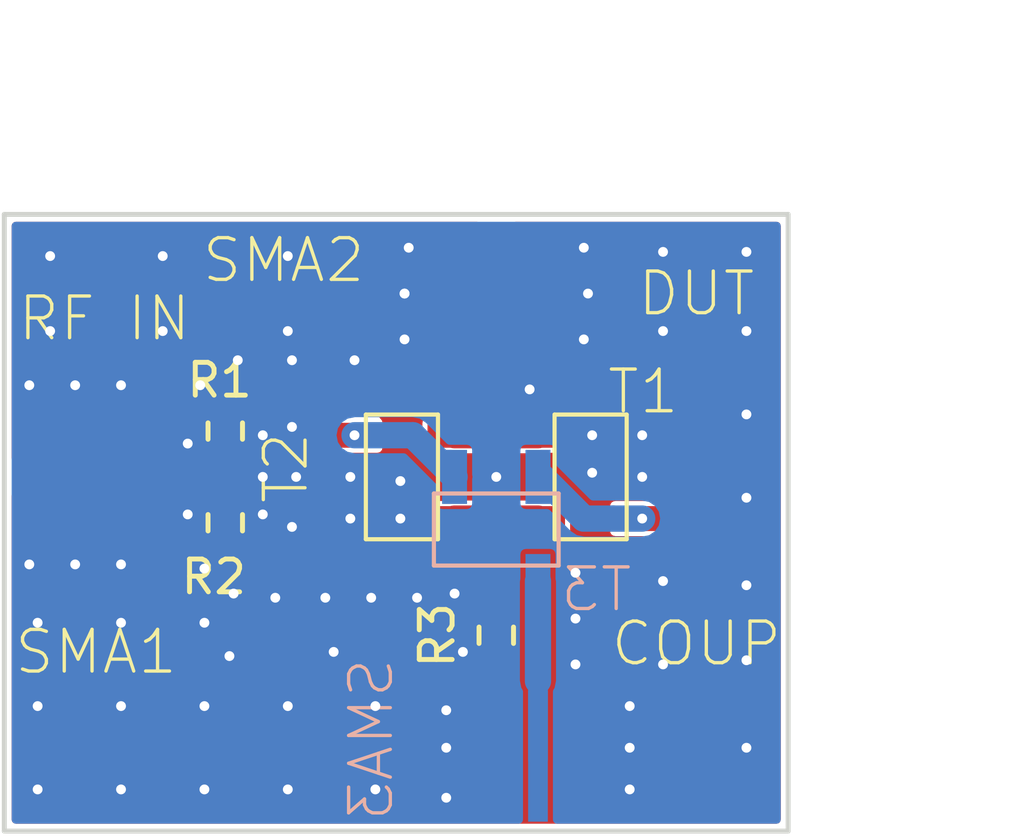
<source format=kicad_pcb>
(kicad_pcb (version 4) (host pcbnew 4.0.5)

  (general
    (links 115)
    (no_connects 0)
    (area 74.824999 32.817999 109.549001 64.845001)
    (thickness 1.6)
    (drawings 6)
    (tracks 33)
    (zones 0)
    (modules 93)
    (nets 8)
  )

  (page A4)
  (layers
    (0 F.Cu signal hide)
    (31 B.Cu signal)
    (32 B.Adhes user)
    (33 F.Adhes user)
    (34 B.Paste user)
    (35 F.Paste user)
    (36 B.SilkS user)
    (37 F.SilkS user)
    (38 B.Mask user hide)
    (39 F.Mask user hide)
    (40 Dwgs.User user)
    (41 Cmts.User user)
    (42 Eco1.User user)
    (43 Eco2.User user)
    (44 Edge.Cuts user hide)
    (45 Margin user)
    (46 B.CrtYd user)
    (47 F.CrtYd user)
    (48 B.Fab user)
    (49 F.Fab user)
  )

  (setup
    (last_trace_width 0.8)
    (user_trace_width 0.3)
    (user_trace_width 1)
    (trace_clearance 0.15)
    (zone_clearance 0.15)
    (zone_45_only no)
    (trace_min 0.2)
    (segment_width 0.2)
    (edge_width 0.15)
    (via_size 0.6)
    (via_drill 0.3)
    (via_min_size 0.4)
    (via_min_drill 0.3)
    (uvia_size 0.3)
    (uvia_drill 0.1)
    (uvias_allowed no)
    (uvia_min_size 0.2)
    (uvia_min_drill 0.1)
    (pcb_text_width 0.3)
    (pcb_text_size 1.5 1.5)
    (mod_edge_width 0.15)
    (mod_text_size 1 1)
    (mod_text_width 0.15)
    (pad_size 0.6 0.6)
    (pad_drill 0.3)
    (pad_to_mask_clearance 0.2)
    (aux_axis_origin 0 0)
    (visible_elements FFFFFF7F)
    (pcbplotparams
      (layerselection 0x00030_ffffffff)
      (usegerberextensions false)
      (excludeedgelayer true)
      (linewidth 0.100000)
      (plotframeref false)
      (viasonmask false)
      (mode 1)
      (useauxorigin false)
      (hpglpennumber 1)
      (hpglpenspeed 20)
      (hpglpendiameter 15)
      (hpglpenoverlay 2)
      (psnegative false)
      (psa4output false)
      (plotreference true)
      (plotvalue true)
      (plotinvisibletext false)
      (padsonsilk false)
      (subtractmaskfromsilk false)
      (outputformat 1)
      (mirror false)
      (drillshape 1)
      (scaleselection 1)
      (outputdirectory ""))
  )

  (net 0 "")
  (net 1 "Net-(R1-Pad1)")
  (net 2 "Net-(R1-Pad2)")
  (net 3 "Net-(R2-Pad1)")
  (net 4 GND)
  (net 5 "Net-(T1-Pad3)")
  (net 6 "Net-(T2-Pad3)")
  (net 7 "Net-(SMA3-PadSIGN)")

  (net_class Default "This is the default net class."
    (clearance 0.15)
    (trace_width 0.8)
    (via_dia 0.6)
    (via_drill 0.3)
    (uvia_dia 0.3)
    (uvia_drill 0.1)
    (add_net GND)
    (add_net "Net-(R1-Pad1)")
    (add_net "Net-(R1-Pad2)")
    (add_net "Net-(R2-Pad1)")
    (add_net "Net-(SMA3-PadSIGN)")
    (add_net "Net-(T1-Pad3)")
    (add_net "Net-(T2-Pad3)")
  )

  (module VIA:VIA (layer F.Cu) (tedit 58D34919) (tstamp 58D34F3D)
    (at 92.71 53.975)
    (fp_text reference REF** (at 0 0) (layer F.SilkS) hide
      (effects (font (size 0.2 0.2) (thickness 0.05)))
    )
    (fp_text value VIA (at 0 0) (layer F.Fab) hide
      (effects (font (size 0.2 0.2) (thickness 0.05)))
    )
    (pad 1 thru_hole circle (at 0 0) (size 0.6 0.6) (drill 0.3) (layers *.Cu)
      (net 4 GND) (zone_connect 2))
  )

  (module max2870:max2870-SMA (layer B.Cu) (tedit 58D34D8F) (tstamp 58D24F2F)
    (at 91.23172 62.484)
    (path /58D25538)
    (attr smd)
    (fp_text reference SMA3 (at -2.33172 -0.508 90) (layer B.SilkS)
      (effects (font (size 1.27 1.27) (thickness 0.1016)) (justify mirror))
    )
    (fp_text value COUP (at 7.57428 -3.429) (layer F.SilkS)
      (effects (font (size 1.27 1.27) (thickness 0.1016)))
    )
    (pad GND@ smd rect (at 0 0 270) (size 3.99796 1.4986) (layers B.Cu B.Paste B.Mask)
      (net 4 GND))
    (pad GND@ smd rect (at 5.4991 0 270) (size 3.99796 1.4986) (layers B.Cu B.Paste B.Mask)
      (net 4 GND))
    (pad GND@ smd rect (at 0 0 270) (size 3.99796 1.4986) (layers F.Cu F.Mask)
      (net 4 GND))
    (pad GND@ smd rect (at 5.4991 0 270) (size 3.99796 1.4986) (layers F.Cu F.Mask)
      (net 4 GND))
    (pad SIGN smd rect (at 2.74828 0 270) (size 3.99796 0.6) (layers B.Cu B.Paste B.Mask)
      (net 7 "Net-(SMA3-PadSIGN)"))
  )

  (module max2870:max2870-SMA (layer F.Cu) (tedit 58D34D7E) (tstamp 58D24F26)
    (at 89.96172 48.26)
    (path /57AD078F)
    (attr smd)
    (fp_text reference SMA2 (at -3.72872 -0.889) (layer F.SilkS)
      (effects (font (size 1.27 1.27) (thickness 0.1016)))
    )
    (fp_text value DUT (at 8.84428 0.127) (layer F.SilkS)
      (effects (font (size 1.27 1.27) (thickness 0.1016)))
    )
    (pad GND@ smd rect (at 0 0 90) (size 3.99796 1.4986) (layers F.Cu F.Paste F.Mask)
      (net 4 GND))
    (pad GND@ smd rect (at 5.4991 0 90) (size 3.99796 1.4986) (layers F.Cu F.Paste F.Mask)
      (net 4 GND))
    (pad GND@ smd rect (at 0 0 90) (size 3.99796 1.4986) (layers B.Cu B.Mask)
      (net 4 GND))
    (pad GND@ smd rect (at 5.4991 0 90) (size 3.99796 1.4986) (layers B.Cu B.Mask)
      (net 4 GND))
    (pad SIGN smd rect (at 2.74828 0 90) (size 3.99796 0.6) (layers F.Cu F.Paste F.Mask)
      (net 1 "Net-(R1-Pad1)"))
  )

  (module max2870-SMA (layer F.Cu) (tedit 58D34D46) (tstamp 58D24F1D)
    (at 80.01 56.72328 90)
    (path /57AD0767)
    (attr smd)
    (fp_text reference SMA1 (at -2.58572 0.508 180) (layer F.SilkS)
      (effects (font (size 1.27 1.27) (thickness 0.1016)))
    )
    (fp_text value "RF IN" (at 7.57428 0.762 180) (layer F.SilkS)
      (effects (font (size 1.27 1.27) (thickness 0.1016)))
    )
    (pad GND@ smd rect (at 0 0 180) (size 3.99796 1.4986) (layers F.Cu F.Paste F.Mask)
      (net 4 GND))
    (pad GND@ smd rect (at 5.4991 0 180) (size 3.99796 1.4986) (layers F.Cu F.Paste F.Mask)
      (net 4 GND))
    (pad GND@ smd rect (at 0 0 180) (size 3.99796 1.4986) (layers B.Cu B.Mask)
      (net 4 GND))
    (pad GND@ smd rect (at 5.4991 0 180) (size 3.99796 1.4986) (layers B.Cu B.Mask)
      (net 4 GND))
    (pad SIGN smd rect (at 2.74828 0 180) (size 3.99796 0.6) (layers F.Cu F.Paste F.Mask)
      (net 2 "Net-(R1-Pad2)"))
  )

  (module VIA:VIA (layer F.Cu) (tedit 58D34919) (tstamp 58D34C6E)
    (at 89.027 63.5)
    (fp_text reference REF** (at 0 0) (layer F.SilkS) hide
      (effects (font (size 0.2 0.2) (thickness 0.05)))
    )
    (fp_text value VIA (at 0 0) (layer F.Fab) hide
      (effects (font (size 0.2 0.2) (thickness 0.05)))
    )
    (pad 1 thru_hole circle (at 0 0) (size 0.6 0.6) (drill 0.3) (layers *.Cu)
      (net 4 GND) (zone_connect 2))
  )

  (module VIA:VIA (layer F.Cu) (tedit 58D34919) (tstamp 58D34C6A)
    (at 89.027 60.96)
    (fp_text reference REF** (at 0 0) (layer F.SilkS) hide
      (effects (font (size 0.2 0.2) (thickness 0.05)))
    )
    (fp_text value VIA (at 0 0) (layer F.Fab) hide
      (effects (font (size 0.2 0.2) (thickness 0.05)))
    )
    (pad 1 thru_hole circle (at 0 0) (size 0.6 0.6) (drill 0.3) (layers *.Cu)
      (net 4 GND) (zone_connect 2))
  )

  (module VIA:VIA (layer F.Cu) (tedit 58D34919) (tstamp 58D34C66)
    (at 86.36 60.96)
    (fp_text reference REF** (at 0 0) (layer F.SilkS) hide
      (effects (font (size 0.2 0.2) (thickness 0.05)))
    )
    (fp_text value VIA (at 0 0) (layer F.Fab) hide
      (effects (font (size 0.2 0.2) (thickness 0.05)))
    )
    (pad 1 thru_hole circle (at 0 0) (size 0.6 0.6) (drill 0.3) (layers *.Cu)
      (net 4 GND) (zone_connect 2))
  )

  (module VIA:VIA (layer F.Cu) (tedit 58D34919) (tstamp 58D34C62)
    (at 86.36 63.5)
    (fp_text reference REF** (at 0 0) (layer F.SilkS) hide
      (effects (font (size 0.2 0.2) (thickness 0.05)))
    )
    (fp_text value VIA (at 0 0) (layer F.Fab) hide
      (effects (font (size 0.2 0.2) (thickness 0.05)))
    )
    (pad 1 thru_hole circle (at 0 0) (size 0.6 0.6) (drill 0.3) (layers *.Cu)
      (net 4 GND) (zone_connect 2))
  )

  (module VIA:VIA (layer F.Cu) (tedit 58D34919) (tstamp 58D34C5E)
    (at 83.82 63.5)
    (fp_text reference REF** (at 0 0) (layer F.SilkS) hide
      (effects (font (size 0.2 0.2) (thickness 0.05)))
    )
    (fp_text value VIA (at 0 0) (layer F.Fab) hide
      (effects (font (size 0.2 0.2) (thickness 0.05)))
    )
    (pad 1 thru_hole circle (at 0 0) (size 0.6 0.6) (drill 0.3) (layers *.Cu)
      (net 4 GND) (zone_connect 2))
  )

  (module VIA:VIA (layer F.Cu) (tedit 58D34919) (tstamp 58D34C5A)
    (at 81.28 63.5)
    (fp_text reference REF** (at 0 0) (layer F.SilkS) hide
      (effects (font (size 0.2 0.2) (thickness 0.05)))
    )
    (fp_text value VIA (at 0 0) (layer F.Fab) hide
      (effects (font (size 0.2 0.2) (thickness 0.05)))
    )
    (pad 1 thru_hole circle (at 0 0) (size 0.6 0.6) (drill 0.3) (layers *.Cu)
      (net 4 GND) (zone_connect 2))
  )

  (module VIA:VIA (layer F.Cu) (tedit 58D34919) (tstamp 58D34C56)
    (at 78.74 63.5)
    (fp_text reference REF** (at 0 0) (layer F.SilkS) hide
      (effects (font (size 0.2 0.2) (thickness 0.05)))
    )
    (fp_text value VIA (at 0 0) (layer F.Fab) hide
      (effects (font (size 0.2 0.2) (thickness 0.05)))
    )
    (pad 1 thru_hole circle (at 0 0) (size 0.6 0.6) (drill 0.3) (layers *.Cu)
      (net 4 GND) (zone_connect 2))
  )

  (module VIA:VIA (layer F.Cu) (tedit 58D34919) (tstamp 58D34C52)
    (at 78.74 60.96)
    (fp_text reference REF** (at 0 0) (layer F.SilkS) hide
      (effects (font (size 0.2 0.2) (thickness 0.05)))
    )
    (fp_text value VIA (at 0 0) (layer F.Fab) hide
      (effects (font (size 0.2 0.2) (thickness 0.05)))
    )
    (pad 1 thru_hole circle (at 0 0) (size 0.6 0.6) (drill 0.3) (layers *.Cu)
      (net 4 GND) (zone_connect 2))
  )

  (module VIA:VIA (layer F.Cu) (tedit 58D34919) (tstamp 58D34C4E)
    (at 81.28 60.96)
    (fp_text reference REF** (at 0 0) (layer F.SilkS) hide
      (effects (font (size 0.2 0.2) (thickness 0.05)))
    )
    (fp_text value VIA (at 0 0) (layer F.Fab) hide
      (effects (font (size 0.2 0.2) (thickness 0.05)))
    )
    (pad 1 thru_hole circle (at 0 0) (size 0.6 0.6) (drill 0.3) (layers *.Cu)
      (net 4 GND) (zone_connect 2))
  )

  (module VIA:VIA (layer F.Cu) (tedit 58D34919) (tstamp 58D34C4A)
    (at 83.82 60.96)
    (fp_text reference REF** (at 0 0) (layer F.SilkS) hide
      (effects (font (size 0.2 0.2) (thickness 0.05)))
    )
    (fp_text value VIA (at 0 0) (layer F.Fab) hide
      (effects (font (size 0.2 0.2) (thickness 0.05)))
    )
    (pad 1 thru_hole circle (at 0 0) (size 0.6 0.6) (drill 0.3) (layers *.Cu)
      (net 4 GND) (zone_connect 2))
  )

  (module VIA:VIA (layer F.Cu) (tedit 58D34919) (tstamp 58D34C46)
    (at 83.82 58.42)
    (fp_text reference REF** (at 0 0) (layer F.SilkS) hide
      (effects (font (size 0.2 0.2) (thickness 0.05)))
    )
    (fp_text value VIA (at 0 0) (layer F.Fab) hide
      (effects (font (size 0.2 0.2) (thickness 0.05)))
    )
    (pad 1 thru_hole circle (at 0 0) (size 0.6 0.6) (drill 0.3) (layers *.Cu)
      (net 4 GND) (zone_connect 2))
  )

  (module VIA:VIA (layer F.Cu) (tedit 58D34919) (tstamp 58D34C42)
    (at 81.28 58.42)
    (fp_text reference REF** (at 0 0) (layer F.SilkS) hide
      (effects (font (size 0.2 0.2) (thickness 0.05)))
    )
    (fp_text value VIA (at 0 0) (layer F.Fab) hide
      (effects (font (size 0.2 0.2) (thickness 0.05)))
    )
    (pad 1 thru_hole circle (at 0 0) (size 0.6 0.6) (drill 0.3) (layers *.Cu)
      (net 4 GND) (zone_connect 2))
  )

  (module VIA:VIA (layer F.Cu) (tedit 58D34919) (tstamp 58D34C3B)
    (at 78.74 58.42)
    (fp_text reference REF** (at 0 0) (layer F.SilkS) hide
      (effects (font (size 0.2 0.2) (thickness 0.05)))
    )
    (fp_text value VIA (at 0 0) (layer F.Fab) hide
      (effects (font (size 0.2 0.2) (thickness 0.05)))
    )
    (pad 1 thru_hole circle (at 0 0) (size 0.6 0.6) (drill 0.3) (layers *.Cu)
      (net 4 GND) (zone_connect 2))
  )

  (module VIA:VIA (layer F.Cu) (tedit 58D34919) (tstamp 58D34B34)
    (at 97.79 57.15)
    (fp_text reference REF** (at 0 0) (layer F.SilkS) hide
      (effects (font (size 0.2 0.2) (thickness 0.05)))
    )
    (fp_text value VIA (at 0 0) (layer F.Fab) hide
      (effects (font (size 0.2 0.2) (thickness 0.05)))
    )
    (pad 1 thru_hole circle (at 0 0) (size 0.6 0.6) (drill 0.3) (layers *.Cu)
      (net 4 GND) (zone_connect 2))
  )

  (module VIA:VIA (layer F.Cu) (tedit 58D34919) (tstamp 58D34B30)
    (at 97.79 59.69)
    (fp_text reference REF** (at 0 0) (layer F.SilkS) hide
      (effects (font (size 0.2 0.2) (thickness 0.05)))
    )
    (fp_text value VIA (at 0 0) (layer F.Fab) hide
      (effects (font (size 0.2 0.2) (thickness 0.05)))
    )
    (pad 1 thru_hole circle (at 0 0) (size 0.6 0.6) (drill 0.3) (layers *.Cu)
      (net 4 GND) (zone_connect 2))
  )

  (module VIA:VIA (layer F.Cu) (tedit 58D34919) (tstamp 58D34B2A)
    (at 100.33 62.23)
    (fp_text reference REF** (at 0 0) (layer F.SilkS) hide
      (effects (font (size 0.2 0.2) (thickness 0.05)))
    )
    (fp_text value VIA (at 0 0) (layer F.Fab) hide
      (effects (font (size 0.2 0.2) (thickness 0.05)))
    )
    (pad 1 thru_hole circle (at 0 0) (size 0.6 0.6) (drill 0.3) (layers *.Cu)
      (net 4 GND) (zone_connect 2))
  )

  (module VIA:VIA (layer F.Cu) (tedit 58D34919) (tstamp 58D34B26)
    (at 100.33 59.563)
    (fp_text reference REF** (at 0 0) (layer F.SilkS) hide
      (effects (font (size 0.2 0.2) (thickness 0.05)))
    )
    (fp_text value VIA (at 0 0) (layer F.Fab) hide
      (effects (font (size 0.2 0.2) (thickness 0.05)))
    )
    (pad 1 thru_hole circle (at 0 0) (size 0.6 0.6) (drill 0.3) (layers *.Cu)
      (net 4 GND) (zone_connect 2))
  )

  (module VIA:VIA (layer F.Cu) (tedit 58D34919) (tstamp 58D34B22)
    (at 100.33 57.277)
    (fp_text reference REF** (at 0 0) (layer F.SilkS) hide
      (effects (font (size 0.2 0.2) (thickness 0.05)))
    )
    (fp_text value VIA (at 0 0) (layer F.Fab) hide
      (effects (font (size 0.2 0.2) (thickness 0.05)))
    )
    (pad 1 thru_hole circle (at 0 0) (size 0.6 0.6) (drill 0.3) (layers *.Cu)
      (net 4 GND) (zone_connect 2))
  )

  (module VIA:VIA (layer F.Cu) (tedit 58D34919) (tstamp 58D34B1E)
    (at 100.33 54.61)
    (fp_text reference REF** (at 0 0) (layer F.SilkS) hide
      (effects (font (size 0.2 0.2) (thickness 0.05)))
    )
    (fp_text value VIA (at 0 0) (layer F.Fab) hide
      (effects (font (size 0.2 0.2) (thickness 0.05)))
    )
    (pad 1 thru_hole circle (at 0 0) (size 0.6 0.6) (drill 0.3) (layers *.Cu)
      (net 4 GND) (zone_connect 2))
  )

  (module VIA:VIA (layer F.Cu) (tedit 58D34919) (tstamp 58D34B1A)
    (at 100.33 52.07)
    (fp_text reference REF** (at 0 0) (layer F.SilkS) hide
      (effects (font (size 0.2 0.2) (thickness 0.05)))
    )
    (fp_text value VIA (at 0 0) (layer F.Fab) hide
      (effects (font (size 0.2 0.2) (thickness 0.05)))
    )
    (pad 1 thru_hole circle (at 0 0) (size 0.6 0.6) (drill 0.3) (layers *.Cu)
      (net 4 GND) (zone_connect 2))
  )

  (module VIA:VIA (layer F.Cu) (tedit 58D34919) (tstamp 58D34B16)
    (at 100.33 49.53)
    (fp_text reference REF** (at 0 0) (layer F.SilkS) hide
      (effects (font (size 0.2 0.2) (thickness 0.05)))
    )
    (fp_text value VIA (at 0 0) (layer F.Fab) hide
      (effects (font (size 0.2 0.2) (thickness 0.05)))
    )
    (pad 1 thru_hole circle (at 0 0) (size 0.6 0.6) (drill 0.3) (layers *.Cu)
      (net 4 GND) (zone_connect 2))
  )

  (module VIA:VIA (layer F.Cu) (tedit 58D34919) (tstamp 58D34B12)
    (at 97.79 49.53)
    (fp_text reference REF** (at 0 0) (layer F.SilkS) hide
      (effects (font (size 0.2 0.2) (thickness 0.05)))
    )
    (fp_text value VIA (at 0 0) (layer F.Fab) hide
      (effects (font (size 0.2 0.2) (thickness 0.05)))
    )
    (pad 1 thru_hole circle (at 0 0) (size 0.6 0.6) (drill 0.3) (layers *.Cu)
      (net 4 GND) (zone_connect 2))
  )

  (module VIA:VIA (layer F.Cu) (tedit 58D34919) (tstamp 58D34B0E)
    (at 97.79 47.117)
    (fp_text reference REF** (at 0 0) (layer F.SilkS) hide
      (effects (font (size 0.2 0.2) (thickness 0.05)))
    )
    (fp_text value VIA (at 0 0) (layer F.Fab) hide
      (effects (font (size 0.2 0.2) (thickness 0.05)))
    )
    (pad 1 thru_hole circle (at 0 0) (size 0.6 0.6) (drill 0.3) (layers *.Cu)
      (net 4 GND) (zone_connect 2))
  )

  (module VIA:VIA (layer F.Cu) (tedit 58D34919) (tstamp 58D34B0A)
    (at 100.33 47.117)
    (fp_text reference REF** (at 0 0) (layer F.SilkS) hide
      (effects (font (size 0.2 0.2) (thickness 0.05)))
    )
    (fp_text value VIA (at 0 0) (layer F.Fab) hide
      (effects (font (size 0.2 0.2) (thickness 0.05)))
    )
    (pad 1 thru_hole circle (at 0 0) (size 0.6 0.6) (drill 0.3) (layers *.Cu)
      (net 4 GND) (zone_connect 2))
  )

  (module VIA:VIA (layer F.Cu) (tedit 58D34919) (tstamp 58D34B05)
    (at 86.36 49.53)
    (fp_text reference REF** (at 0 0) (layer F.SilkS) hide
      (effects (font (size 0.2 0.2) (thickness 0.05)))
    )
    (fp_text value VIA (at 0 0) (layer F.Fab) hide
      (effects (font (size 0.2 0.2) (thickness 0.05)))
    )
    (pad 1 thru_hole circle (at 0 0) (size 0.6 0.6) (drill 0.3) (layers *.Cu)
      (net 4 GND) (zone_connect 2))
  )

  (module VIA:VIA (layer F.Cu) (tedit 58D34919) (tstamp 58D34B01)
    (at 79.121 49.53)
    (fp_text reference REF** (at 0 0) (layer F.SilkS) hide
      (effects (font (size 0.2 0.2) (thickness 0.05)))
    )
    (fp_text value VIA (at 0 0) (layer F.Fab) hide
      (effects (font (size 0.2 0.2) (thickness 0.05)))
    )
    (pad 1 thru_hole circle (at 0 0) (size 0.6 0.6) (drill 0.3) (layers *.Cu)
      (net 4 GND) (zone_connect 2))
  )

  (module VIA:VIA (layer F.Cu) (tedit 58D34919) (tstamp 58D34AFB)
    (at 82.55 49.53)
    (fp_text reference REF** (at 0 0) (layer F.SilkS) hide
      (effects (font (size 0.2 0.2) (thickness 0.05)))
    )
    (fp_text value VIA (at 0 0) (layer F.Fab) hide
      (effects (font (size 0.2 0.2) (thickness 0.05)))
    )
    (pad 1 thru_hole circle (at 0 0) (size 0.6 0.6) (drill 0.3) (layers *.Cu)
      (net 4 GND) (zone_connect 2))
  )

  (module VIA:VIA (layer F.Cu) (tedit 58D34919) (tstamp 58D34AF7)
    (at 86.36 47.244)
    (fp_text reference REF** (at 0 0) (layer F.SilkS) hide
      (effects (font (size 0.2 0.2) (thickness 0.05)))
    )
    (fp_text value VIA (at 0 0) (layer F.Fab) hide
      (effects (font (size 0.2 0.2) (thickness 0.05)))
    )
    (pad 1 thru_hole circle (at 0 0) (size 0.6 0.6) (drill 0.3) (layers *.Cu)
      (net 4 GND) (zone_connect 2))
  )

  (module VIA:VIA (layer F.Cu) (tedit 58D34919) (tstamp 58D34AF3)
    (at 82.55 47.244)
    (fp_text reference REF** (at 0 0) (layer F.SilkS) hide
      (effects (font (size 0.2 0.2) (thickness 0.05)))
    )
    (fp_text value VIA (at 0 0) (layer F.Fab) hide
      (effects (font (size 0.2 0.2) (thickness 0.05)))
    )
    (pad 1 thru_hole circle (at 0 0) (size 0.6 0.6) (drill 0.3) (layers *.Cu)
      (net 4 GND) (zone_connect 2))
  )

  (module VIA:VIA (layer F.Cu) (tedit 58D34919) (tstamp 58D34AE9)
    (at 79.121 47.244)
    (fp_text reference REF** (at 0 0) (layer F.SilkS) hide
      (effects (font (size 0.2 0.2) (thickness 0.05)))
    )
    (fp_text value VIA (at 0 0) (layer F.Fab) hide
      (effects (font (size 0.2 0.2) (thickness 0.05)))
    )
    (pad 1 thru_hole circle (at 0 0) (size 0.6 0.6) (drill 0.3) (layers *.Cu)
      (net 4 GND) (zone_connect 2))
  )

  (module VIA:VIA (layer F.Cu) (tedit 58D34919) (tstamp 58D34ADA)
    (at 83.693 51.181)
    (fp_text reference REF** (at 0 0) (layer F.SilkS) hide
      (effects (font (size 0.2 0.2) (thickness 0.05)))
    )
    (fp_text value VIA (at 0 0) (layer F.Fab) hide
      (effects (font (size 0.2 0.2) (thickness 0.05)))
    )
    (pad 1 thru_hole circle (at 0 0) (size 0.6 0.6) (drill 0.3) (layers *.Cu)
      (net 4 GND) (zone_connect 2))
  )

  (module VIA:VIA (layer F.Cu) (tedit 58D34919) (tstamp 58D34AC3)
    (at 83.312 52.959)
    (fp_text reference REF** (at 0 0) (layer F.SilkS) hide
      (effects (font (size 0.2 0.2) (thickness 0.05)))
    )
    (fp_text value VIA (at 0 0) (layer F.Fab) hide
      (effects (font (size 0.2 0.2) (thickness 0.05)))
    )
    (pad 1 thru_hole circle (at 0 0) (size 0.6 0.6) (drill 0.3) (layers *.Cu)
      (net 4 GND) (zone_connect 2))
  )

  (module VIA:VIA (layer F.Cu) (tedit 58D34919) (tstamp 58D34ABF)
    (at 83.312 55.118)
    (fp_text reference REF** (at 0 0) (layer F.SilkS) hide
      (effects (font (size 0.2 0.2) (thickness 0.05)))
    )
    (fp_text value VIA (at 0 0) (layer F.Fab) hide
      (effects (font (size 0.2 0.2) (thickness 0.05)))
    )
    (pad 1 thru_hole circle (at 0 0) (size 0.6 0.6) (drill 0.3) (layers *.Cu)
      (net 4 GND) (zone_connect 2))
  )

  (module VIA:VIA (layer F.Cu) (tedit 58D34919) (tstamp 58D34ABB)
    (at 83.82 56.769)
    (fp_text reference REF** (at 0 0) (layer F.SilkS) hide
      (effects (font (size 0.2 0.2) (thickness 0.05)))
    )
    (fp_text value VIA (at 0 0) (layer F.Fab) hide
      (effects (font (size 0.2 0.2) (thickness 0.05)))
    )
    (pad 1 thru_hole circle (at 0 0) (size 0.6 0.6) (drill 0.3) (layers *.Cu)
      (net 4 GND) (zone_connect 2))
  )

  (module VIA:VIA (layer F.Cu) (tedit 58D34919) (tstamp 58D34AB7)
    (at 84.709 57.531)
    (fp_text reference REF** (at 0 0) (layer F.SilkS) hide
      (effects (font (size 0.2 0.2) (thickness 0.05)))
    )
    (fp_text value VIA (at 0 0) (layer F.Fab) hide
      (effects (font (size 0.2 0.2) (thickness 0.05)))
    )
    (pad 1 thru_hole circle (at 0 0) (size 0.6 0.6) (drill 0.3) (layers *.Cu)
      (net 4 GND) (zone_connect 2))
  )

  (module VIA:VIA (layer F.Cu) (tedit 58D34919) (tstamp 58D34AB3)
    (at 85.979 57.658)
    (fp_text reference REF** (at 0 0) (layer F.SilkS) hide
      (effects (font (size 0.2 0.2) (thickness 0.05)))
    )
    (fp_text value VIA (at 0 0) (layer F.Fab) hide
      (effects (font (size 0.2 0.2) (thickness 0.05)))
    )
    (pad 1 thru_hole circle (at 0 0) (size 0.6 0.6) (drill 0.3) (layers *.Cu)
      (net 4 GND) (zone_connect 2))
  )

  (module VIA:VIA (layer F.Cu) (tedit 58D34919) (tstamp 58D34AAF)
    (at 87.503 57.658)
    (fp_text reference REF** (at 0 0) (layer F.SilkS) hide
      (effects (font (size 0.2 0.2) (thickness 0.05)))
    )
    (fp_text value VIA (at 0 0) (layer F.Fab) hide
      (effects (font (size 0.2 0.2) (thickness 0.05)))
    )
    (pad 1 thru_hole circle (at 0 0) (size 0.6 0.6) (drill 0.3) (layers *.Cu)
      (net 4 GND) (zone_connect 2))
  )

  (module VIA:VIA (layer F.Cu) (tedit 58D34919) (tstamp 58D34AAB)
    (at 88.9 57.658)
    (fp_text reference REF** (at 0 0) (layer F.SilkS) hide
      (effects (font (size 0.2 0.2) (thickness 0.05)))
    )
    (fp_text value VIA (at 0 0) (layer F.Fab) hide
      (effects (font (size 0.2 0.2) (thickness 0.05)))
    )
    (pad 1 thru_hole circle (at 0 0) (size 0.6 0.6) (drill 0.3) (layers *.Cu)
      (net 4 GND) (zone_connect 2))
  )

  (module VIA:VIA (layer F.Cu) (tedit 58D34919) (tstamp 58D34AA4)
    (at 90.297 57.658)
    (fp_text reference REF** (at 0 0) (layer F.SilkS) hide
      (effects (font (size 0.2 0.2) (thickness 0.05)))
    )
    (fp_text value VIA (at 0 0) (layer F.Fab) hide
      (effects (font (size 0.2 0.2) (thickness 0.05)))
    )
    (pad 1 thru_hole circle (at 0 0) (size 0.6 0.6) (drill 0.3) (layers *.Cu)
      (net 4 GND) (zone_connect 2))
  )

  (module VIA:VIA (layer F.Cu) (tedit 58D34919) (tstamp 58D34AA0)
    (at 86.614 53.975)
    (fp_text reference REF** (at 0 0) (layer F.SilkS) hide
      (effects (font (size 0.2 0.2) (thickness 0.05)))
    )
    (fp_text value VIA (at 0 0) (layer F.Fab) hide
      (effects (font (size 0.2 0.2) (thickness 0.05)))
    )
    (pad 1 thru_hole circle (at 0 0) (size 0.6 0.6) (drill 0.3) (layers *.Cu)
      (net 4 GND) (zone_connect 2))
  )

  (module VIA:VIA (layer F.Cu) (tedit 58D34919) (tstamp 58D34A9C)
    (at 86.487 55.499)
    (fp_text reference REF** (at 0 0) (layer F.SilkS) hide
      (effects (font (size 0.2 0.2) (thickness 0.05)))
    )
    (fp_text value VIA (at 0 0) (layer F.Fab) hide
      (effects (font (size 0.2 0.2) (thickness 0.05)))
    )
    (pad 1 thru_hole circle (at 0 0) (size 0.6 0.6) (drill 0.3) (layers *.Cu)
      (net 4 GND) (zone_connect 2))
  )

  (module VIA:VIA (layer F.Cu) (tedit 58D34919) (tstamp 58D34A98)
    (at 85.598 55.118)
    (fp_text reference REF** (at 0 0) (layer F.SilkS) hide
      (effects (font (size 0.2 0.2) (thickness 0.05)))
    )
    (fp_text value VIA (at 0 0) (layer F.Fab) hide
      (effects (font (size 0.2 0.2) (thickness 0.05)))
    )
    (pad 1 thru_hole circle (at 0 0) (size 0.6 0.6) (drill 0.3) (layers *.Cu)
      (net 4 GND) (zone_connect 2))
  )

  (module VIA:VIA (layer F.Cu) (tedit 58D34919) (tstamp 58D34A94)
    (at 85.598 53.975)
    (fp_text reference REF** (at 0 0) (layer F.SilkS) hide
      (effects (font (size 0.2 0.2) (thickness 0.05)))
    )
    (fp_text value VIA (at 0 0) (layer F.Fab) hide
      (effects (font (size 0.2 0.2) (thickness 0.05)))
    )
    (pad 1 thru_hole circle (at 0 0) (size 0.6 0.6) (drill 0.3) (layers *.Cu)
      (net 4 GND) (zone_connect 2))
  )

  (module VIA:VIA (layer F.Cu) (tedit 58D34919) (tstamp 58D34A90)
    (at 85.598 52.705)
    (fp_text reference REF** (at 0 0) (layer F.SilkS) hide
      (effects (font (size 0.2 0.2) (thickness 0.05)))
    )
    (fp_text value VIA (at 0 0) (layer F.Fab) hide
      (effects (font (size 0.2 0.2) (thickness 0.05)))
    )
    (pad 1 thru_hole circle (at 0 0) (size 0.6 0.6) (drill 0.3) (layers *.Cu)
      (net 4 GND) (zone_connect 2))
  )

  (module VIA:VIA (layer F.Cu) (tedit 58D34919) (tstamp 58D34A89)
    (at 86.487 52.451)
    (fp_text reference REF** (at 0 0) (layer F.SilkS) hide
      (effects (font (size 0.2 0.2) (thickness 0.05)))
    )
    (fp_text value VIA (at 0 0) (layer F.Fab) hide
      (effects (font (size 0.2 0.2) (thickness 0.05)))
    )
    (pad 1 thru_hole circle (at 0 0) (size 0.6 0.6) (drill 0.3) (layers *.Cu)
      (net 4 GND) (zone_connect 2))
  )

  (module VIA:VIA (layer F.Cu) (tedit 58D34919) (tstamp 58D34A85)
    (at 84.836 50.419)
    (fp_text reference REF** (at 0 0) (layer F.SilkS) hide
      (effects (font (size 0.2 0.2) (thickness 0.05)))
    )
    (fp_text value VIA (at 0 0) (layer F.Fab) hide
      (effects (font (size 0.2 0.2) (thickness 0.05)))
    )
    (pad 1 thru_hole circle (at 0 0) (size 0.6 0.6) (drill 0.3) (layers *.Cu)
      (net 4 GND) (zone_connect 2))
  )

  (module VIA:VIA (layer F.Cu) (tedit 58D34919) (tstamp 58D34A81)
    (at 86.487 50.419)
    (fp_text reference REF** (at 0 0) (layer F.SilkS) hide
      (effects (font (size 0.2 0.2) (thickness 0.05)))
    )
    (fp_text value VIA (at 0 0) (layer F.Fab) hide
      (effects (font (size 0.2 0.2) (thickness 0.05)))
    )
    (pad 1 thru_hole circle (at 0 0) (size 0.6 0.6) (drill 0.3) (layers *.Cu)
      (net 4 GND) (zone_connect 2))
  )

  (module VIA:VIA (layer F.Cu) (tedit 58D34919) (tstamp 58D34A7A)
    (at 88.392 50.419)
    (fp_text reference REF** (at 0 0) (layer F.SilkS) hide
      (effects (font (size 0.2 0.2) (thickness 0.05)))
    )
    (fp_text value VIA (at 0 0) (layer F.Fab) hide
      (effects (font (size 0.2 0.2) (thickness 0.05)))
    )
    (pad 1 thru_hole circle (at 0 0) (size 0.6 0.6) (drill 0.3) (layers *.Cu)
      (net 4 GND) (zone_connect 2))
  )

  (module VIA:VIA (layer F.Cu) (tedit 58D34919) (tstamp 58D34A76)
    (at 93.726 51.308)
    (fp_text reference REF** (at 0 0) (layer F.SilkS) hide
      (effects (font (size 0.2 0.2) (thickness 0.05)))
    )
    (fp_text value VIA (at 0 0) (layer F.Fab) hide
      (effects (font (size 0.2 0.2) (thickness 0.05)))
    )
    (pad 1 thru_hole circle (at 0 0) (size 0.6 0.6) (drill 0.3) (layers *.Cu)
      (net 4 GND) (zone_connect 2))
  )

  (module VIA:VIA (layer F.Cu) (tedit 58D34919) (tstamp 58D34A44)
    (at 97.155 53.975)
    (fp_text reference REF** (at 0 0) (layer F.SilkS) hide
      (effects (font (size 0.2 0.2) (thickness 0.05)))
    )
    (fp_text value VIA (at 0 0) (layer F.Fab) hide
      (effects (font (size 0.2 0.2) (thickness 0.05)))
    )
    (pad 1 thru_hole circle (at 0 0) (size 0.6 0.6) (drill 0.3) (layers *.Cu)
      (net 4 GND) (zone_connect 2))
  )

  (module VIA:VIA (layer F.Cu) (tedit 58D34919) (tstamp 58D34A40)
    (at 97.155 52.705)
    (fp_text reference REF** (at 0 0) (layer F.SilkS) hide
      (effects (font (size 0.2 0.2) (thickness 0.05)))
    )
    (fp_text value VIA (at 0 0) (layer F.Fab) hide
      (effects (font (size 0.2 0.2) (thickness 0.05)))
    )
    (pad 1 thru_hole circle (at 0 0) (size 0.6 0.6) (drill 0.3) (layers *.Cu)
      (net 4 GND) (zone_connect 2))
  )

  (module VIA:VIA (layer F.Cu) (tedit 58D34919) (tstamp 58D34A3C)
    (at 88.265 55.245)
    (fp_text reference REF** (at 0 0) (layer F.SilkS) hide
      (effects (font (size 0.2 0.2) (thickness 0.05)))
    )
    (fp_text value VIA (at 0 0) (layer F.Fab) hide
      (effects (font (size 0.2 0.2) (thickness 0.05)))
    )
    (pad 1 thru_hole circle (at 0 0) (size 0.6 0.6) (drill 0.3) (layers *.Cu)
      (net 4 GND) (zone_connect 2))
  )

  (module VIA:VIA (layer F.Cu) (tedit 58D34919) (tstamp 58D34A38)
    (at 88.265 53.975)
    (fp_text reference REF** (at 0 0) (layer F.SilkS) hide
      (effects (font (size 0.2 0.2) (thickness 0.05)))
    )
    (fp_text value VIA (at 0 0) (layer F.Fab) hide
      (effects (font (size 0.2 0.2) (thickness 0.05)))
    )
    (pad 1 thru_hole circle (at 0 0) (size 0.6 0.6) (drill 0.3) (layers *.Cu)
      (net 4 GND) (zone_connect 2))
  )

  (module VIA:VIA (layer F.Cu) (tedit 58D34919) (tstamp 58D34A30)
    (at 91.44 57.531)
    (fp_text reference REF** (at 0 0) (layer F.SilkS) hide
      (effects (font (size 0.2 0.2) (thickness 0.05)))
    )
    (fp_text value VIA (at 0 0) (layer F.Fab) hide
      (effects (font (size 0.2 0.2) (thickness 0.05)))
    )
    (pad 1 thru_hole circle (at 0 0) (size 0.6 0.6) (drill 0.3) (layers *.Cu)
      (net 4 GND) (zone_connect 2))
  )

  (module VIA:VIA (layer F.Cu) (tedit 58D34919) (tstamp 58D34A24)
    (at 95.123 56.896)
    (fp_text reference REF** (at 0 0) (layer F.SilkS) hide
      (effects (font (size 0.2 0.2) (thickness 0.05)))
    )
    (fp_text value VIA (at 0 0) (layer F.Fab) hide
      (effects (font (size 0.2 0.2) (thickness 0.05)))
    )
    (pad 1 thru_hole circle (at 0 0) (size 0.6 0.6) (drill 0.3) (layers *.Cu)
      (net 4 GND) (zone_connect 2))
  )

  (module VIA:VIA (layer F.Cu) (tedit 58D34919) (tstamp 58D34A20)
    (at 95.123 58.293)
    (fp_text reference REF** (at 0 0) (layer F.SilkS) hide
      (effects (font (size 0.2 0.2) (thickness 0.05)))
    )
    (fp_text value VIA (at 0 0) (layer F.Fab) hide
      (effects (font (size 0.2 0.2) (thickness 0.05)))
    )
    (pad 1 thru_hole circle (at 0 0) (size 0.6 0.6) (drill 0.3) (layers *.Cu)
      (net 4 GND) (zone_connect 2))
  )

  (module VIA:VIA (layer F.Cu) (tedit 58D34919) (tstamp 58D34A12)
    (at 95.123 59.69)
    (fp_text reference REF** (at 0 0) (layer F.SilkS) hide
      (effects (font (size 0.2 0.2) (thickness 0.05)))
    )
    (fp_text value VIA (at 0 0) (layer F.Fab) hide
      (effects (font (size 0.2 0.2) (thickness 0.05)))
    )
    (pad 1 thru_hole circle (at 0 0) (size 0.6 0.6) (drill 0.3) (layers *.Cu)
      (net 4 GND) (zone_connect 2))
  )

  (module VIA:VIA (layer F.Cu) (tedit 58D34919) (tstamp 58D34A0A)
    (at 91.694 59.309)
    (fp_text reference REF** (at 0 0) (layer F.SilkS) hide
      (effects (font (size 0.2 0.2) (thickness 0.05)))
    )
    (fp_text value VIA (at 0 0) (layer F.Fab) hide
      (effects (font (size 0.2 0.2) (thickness 0.05)))
    )
    (pad 1 thru_hole circle (at 0 0) (size 0.6 0.6) (drill 0.3) (layers *.Cu)
      (net 4 GND) (zone_connect 2))
  )

  (module VIA:VIA (layer F.Cu) (tedit 58D34919) (tstamp 58D349E2)
    (at 78.486 51.181)
    (fp_text reference REF** (at 0 0) (layer F.SilkS) hide
      (effects (font (size 0.2 0.2) (thickness 0.05)))
    )
    (fp_text value VIA (at 0 0) (layer F.Fab) hide
      (effects (font (size 0.2 0.2) (thickness 0.05)))
    )
    (pad 1 thru_hole circle (at 0 0) (size 0.6 0.6) (drill 0.3) (layers *.Cu)
      (net 4 GND) (zone_connect 2))
  )

  (module VIA:VIA (layer F.Cu) (tedit 58D34919) (tstamp 58D349DE)
    (at 79.883 51.181)
    (fp_text reference REF** (at 0 0) (layer F.SilkS) hide
      (effects (font (size 0.2 0.2) (thickness 0.05)))
    )
    (fp_text value VIA (at 0 0) (layer F.Fab) hide
      (effects (font (size 0.2 0.2) (thickness 0.05)))
    )
    (pad 1 thru_hole circle (at 0 0) (size 0.6 0.6) (drill 0.3) (layers *.Cu)
      (net 4 GND) (zone_connect 2))
  )

  (module VIA:VIA (layer F.Cu) (tedit 58D34919) (tstamp 58D349DA)
    (at 81.28 51.181)
    (fp_text reference REF** (at 0 0) (layer F.SilkS) hide
      (effects (font (size 0.2 0.2) (thickness 0.05)))
    )
    (fp_text value VIA (at 0 0) (layer F.Fab) hide
      (effects (font (size 0.2 0.2) (thickness 0.05)))
    )
    (pad 1 thru_hole circle (at 0 0) (size 0.6 0.6) (drill 0.3) (layers *.Cu)
      (net 4 GND) (zone_connect 2))
  )

  (module VIA:VIA (layer F.Cu) (tedit 58D34919) (tstamp 58D349D6)
    (at 81.28 56.642)
    (fp_text reference REF** (at 0 0) (layer F.SilkS) hide
      (effects (font (size 0.2 0.2) (thickness 0.05)))
    )
    (fp_text value VIA (at 0 0) (layer F.Fab) hide
      (effects (font (size 0.2 0.2) (thickness 0.05)))
    )
    (pad 1 thru_hole circle (at 0 0) (size 0.6 0.6) (drill 0.3) (layers *.Cu)
      (net 4 GND) (zone_connect 2))
  )

  (module VIA:VIA (layer F.Cu) (tedit 58D34919) (tstamp 58D349D2)
    (at 79.883 56.642)
    (fp_text reference REF** (at 0 0) (layer F.SilkS) hide
      (effects (font (size 0.2 0.2) (thickness 0.05)))
    )
    (fp_text value VIA (at 0 0) (layer F.Fab) hide
      (effects (font (size 0.2 0.2) (thickness 0.05)))
    )
    (pad 1 thru_hole circle (at 0 0) (size 0.6 0.6) (drill 0.3) (layers *.Cu)
      (net 4 GND) (zone_connect 2))
  )

  (module VIA:VIA (layer F.Cu) (tedit 58D34919) (tstamp 58D349C5)
    (at 78.486 56.642)
    (fp_text reference REF** (at 0 0) (layer F.SilkS) hide
      (effects (font (size 0.2 0.2) (thickness 0.05)))
    )
    (fp_text value VIA (at 0 0) (layer F.Fab) hide
      (effects (font (size 0.2 0.2) (thickness 0.05)))
    )
    (pad 1 thru_hole circle (at 0 0) (size 0.6 0.6) (drill 0.3) (layers *.Cu)
      (net 4 GND) (zone_connect 2))
  )

  (module VIA:VIA (layer F.Cu) (tedit 58D34919) (tstamp 58D349B9)
    (at 95.631 52.705)
    (fp_text reference REF** (at 0 0) (layer F.SilkS) hide
      (effects (font (size 0.2 0.2) (thickness 0.05)))
    )
    (fp_text value VIA (at 0 0) (layer F.Fab) hide
      (effects (font (size 0.2 0.2) (thickness 0.05)))
    )
    (pad 1 thru_hole circle (at 0 0) (size 0.6 0.6) (drill 0.3) (layers *.Cu)
      (net 4 GND) (zone_connect 2))
  )

  (module VIA:VIA (layer F.Cu) (tedit 58D34919) (tstamp 58D349B3)
    (at 89.789 55.245)
    (fp_text reference REF** (at 0 0) (layer F.SilkS) hide
      (effects (font (size 0.2 0.2) (thickness 0.05)))
    )
    (fp_text value VIA (at 0 0) (layer F.Fab) hide
      (effects (font (size 0.2 0.2) (thickness 0.05)))
    )
    (pad 1 thru_hole circle (at 0 0) (size 0.6 0.6) (drill 0.3) (layers *.Cu)
      (net 4 GND) (zone_connect 2))
  )

  (module VIA:VIA (layer F.Cu) (tedit 58D34919) (tstamp 58D349AF)
    (at 95.631 53.848)
    (fp_text reference REF** (at 0 0) (layer F.SilkS) hide
      (effects (font (size 0.2 0.2) (thickness 0.05)))
    )
    (fp_text value VIA (at 0 0) (layer F.Fab) hide
      (effects (font (size 0.2 0.2) (thickness 0.05)))
    )
    (pad 1 thru_hole circle (at 0 0) (size 0.6 0.6) (drill 0.3) (layers *.Cu)
      (net 4 GND) (zone_connect 2))
  )

  (module VIA:VIA (layer F.Cu) (tedit 58D34919) (tstamp 58D349AB)
    (at 95.377 46.99)
    (fp_text reference REF** (at 0 0) (layer F.SilkS) hide
      (effects (font (size 0.2 0.2) (thickness 0.05)))
    )
    (fp_text value VIA (at 0 0) (layer F.Fab) hide
      (effects (font (size 0.2 0.2) (thickness 0.05)))
    )
    (pad 1 thru_hole circle (at 0 0) (size 0.6 0.6) (drill 0.3) (layers *.Cu)
      (net 4 GND) (zone_connect 2))
  )

  (module VIA:VIA (layer F.Cu) (tedit 58D34919) (tstamp 58D349A7)
    (at 95.504 48.387)
    (fp_text reference REF** (at 0 0) (layer F.SilkS) hide
      (effects (font (size 0.2 0.2) (thickness 0.05)))
    )
    (fp_text value VIA (at 0 0) (layer F.Fab) hide
      (effects (font (size 0.2 0.2) (thickness 0.05)))
    )
    (pad 1 thru_hole circle (at 0 0) (size 0.6 0.6) (drill 0.3) (layers *.Cu)
      (net 4 GND) (zone_connect 2))
  )

  (module VIA:VIA (layer F.Cu) (tedit 58D34919) (tstamp 58D349A2)
    (at 95.377 49.784)
    (fp_text reference REF** (at 0 0) (layer F.SilkS) hide
      (effects (font (size 0.2 0.2) (thickness 0.05)))
    )
    (fp_text value VIA (at 0 0) (layer F.Fab) hide
      (effects (font (size 0.2 0.2) (thickness 0.05)))
    )
    (pad 1 thru_hole circle (at 0 0) (size 0.6 0.6) (drill 0.3) (layers *.Cu)
      (net 4 GND) (zone_connect 2))
  )

  (module VIA:VIA (layer F.Cu) (tedit 58D34919) (tstamp 58D3499E)
    (at 89.789 54.102)
    (fp_text reference REF** (at 0 0) (layer F.SilkS) hide
      (effects (font (size 0.2 0.2) (thickness 0.05)))
    )
    (fp_text value VIA (at 0 0) (layer F.Fab) hide
      (effects (font (size 0.2 0.2) (thickness 0.05)))
    )
    (pad 1 thru_hole circle (at 0 0) (size 0.6 0.6) (drill 0.3) (layers *.Cu)
      (net 4 GND) (zone_connect 2))
  )

  (module VIA:VIA (layer F.Cu) (tedit 58D34919) (tstamp 58D3496B)
    (at 90.043 46.99)
    (fp_text reference REF** (at 0 0) (layer F.SilkS) hide
      (effects (font (size 0.2 0.2) (thickness 0.05)))
    )
    (fp_text value VIA (at 0 0) (layer F.Fab) hide
      (effects (font (size 0.2 0.2) (thickness 0.05)))
    )
    (pad 1 thru_hole circle (at 0 0) (size 0.6 0.6) (drill 0.3) (layers *.Cu)
      (net 4 GND) (zone_connect 2))
  )

  (module VIA:VIA (layer F.Cu) (tedit 58D34919) (tstamp 58D34967)
    (at 89.916 48.387)
    (fp_text reference REF** (at 0 0) (layer F.SilkS) hide
      (effects (font (size 0.2 0.2) (thickness 0.05)))
    )
    (fp_text value VIA (at 0 0) (layer F.Fab) hide
      (effects (font (size 0.2 0.2) (thickness 0.05)))
    )
    (pad 1 thru_hole circle (at 0 0) (size 0.6 0.6) (drill 0.3) (layers *.Cu)
      (net 4 GND) (zone_connect 2))
  )

  (module VIA:VIA (layer F.Cu) (tedit 58D34919) (tstamp 58D34963)
    (at 89.916 48.387)
    (fp_text reference REF** (at 0 0) (layer F.SilkS) hide
      (effects (font (size 0.2 0.2) (thickness 0.05)))
    )
    (fp_text value VIA (at 0 0) (layer F.Fab) hide
      (effects (font (size 0.2 0.2) (thickness 0.05)))
    )
    (pad 1 thru_hole circle (at 0 0) (size 0.6 0.6) (drill 0.3) (layers *.Cu)
      (net 4 GND) (zone_connect 2))
  )

  (module VIA:VIA (layer F.Cu) (tedit 58D34919) (tstamp 58D3495F)
    (at 89.916 49.784)
    (fp_text reference REF** (at 0 0) (layer F.SilkS) hide
      (effects (font (size 0.2 0.2) (thickness 0.05)))
    )
    (fp_text value VIA (at 0 0) (layer F.Fab) hide
      (effects (font (size 0.2 0.2) (thickness 0.05)))
    )
    (pad 1 thru_hole circle (at 0 0) (size 0.6 0.6) (drill 0.3) (layers *.Cu)
      (net 4 GND) (zone_connect 2))
  )

  (module VIA:VIA (layer F.Cu) (tedit 58D34919) (tstamp 58D3495B)
    (at 96.774 63.5)
    (fp_text reference REF** (at 0 0) (layer F.SilkS) hide
      (effects (font (size 0.2 0.2) (thickness 0.05)))
    )
    (fp_text value VIA (at 0 0) (layer F.Fab) hide
      (effects (font (size 0.2 0.2) (thickness 0.05)))
    )
    (pad 1 thru_hole circle (at 0 0) (size 0.6 0.6) (drill 0.3) (layers *.Cu)
      (net 4 GND) (zone_connect 2))
  )

  (module VIA:VIA (layer F.Cu) (tedit 58D34919) (tstamp 58D34957)
    (at 96.774 62.23)
    (fp_text reference REF** (at 0 0) (layer F.SilkS) hide
      (effects (font (size 0.2 0.2) (thickness 0.05)))
    )
    (fp_text value VIA (at 0 0) (layer F.Fab) hide
      (effects (font (size 0.2 0.2) (thickness 0.05)))
    )
    (pad 1 thru_hole circle (at 0 0) (size 0.6 0.6) (drill 0.3) (layers *.Cu)
      (net 4 GND) (zone_connect 2))
  )

  (module VIA:VIA (layer F.Cu) (tedit 58D34919) (tstamp 58D34953)
    (at 96.774 60.96)
    (fp_text reference REF** (at 0 0) (layer F.SilkS) hide
      (effects (font (size 0.2 0.2) (thickness 0.05)))
    )
    (fp_text value VIA (at 0 0) (layer F.Fab) hide
      (effects (font (size 0.2 0.2) (thickness 0.05)))
    )
    (pad 1 thru_hole circle (at 0 0) (size 0.6 0.6) (drill 0.3) (layers *.Cu)
      (net 4 GND) (zone_connect 2))
  )

  (module VIA:VIA (layer F.Cu) (tedit 58D34919) (tstamp 58D3494F)
    (at 91.186 63.754)
    (fp_text reference REF** (at 0 0) (layer F.SilkS) hide
      (effects (font (size 0.2 0.2) (thickness 0.05)))
    )
    (fp_text value VIA (at 0 0) (layer F.Fab) hide
      (effects (font (size 0.2 0.2) (thickness 0.05)))
    )
    (pad 1 thru_hole circle (at 0 0) (size 0.6 0.6) (drill 0.3) (layers *.Cu)
      (net 4 GND) (zone_connect 2))
  )

  (module VIA:VIA (layer F.Cu) (tedit 58D34919) (tstamp 58D3494B)
    (at 91.186 62.23)
    (fp_text reference REF** (at 0 0) (layer F.SilkS) hide
      (effects (font (size 0.2 0.2) (thickness 0.05)))
    )
    (fp_text value VIA (at 0 0) (layer F.Fab) hide
      (effects (font (size 0.2 0.2) (thickness 0.05)))
    )
    (pad 1 thru_hole circle (at 0 0) (size 0.6 0.6) (drill 0.3) (layers *.Cu)
      (net 4 GND) (zone_connect 2))
  )

  (module VIA:VIA (layer F.Cu) (tedit 58D34919) (tstamp 58D34944)
    (at 91.186 61.087)
    (fp_text reference REF** (at 0 0) (layer F.SilkS) hide
      (effects (font (size 0.2 0.2) (thickness 0.05)))
    )
    (fp_text value VIA (at 0 0) (layer F.Fab) hide
      (effects (font (size 0.2 0.2) (thickness 0.05)))
    )
    (pad 1 thru_hole circle (at 0 0) (size 0.6 0.6) (drill 0.3) (layers *.Cu)
      (net 4 GND) (zone_connect 2))
  )

  (module VIA:VIA (layer F.Cu) (tedit 58D34919) (tstamp 58D3493C)
    (at 87.757 59.309)
    (fp_text reference REF** (at 0 0) (layer F.SilkS) hide
      (effects (font (size 0.2 0.2) (thickness 0.05)))
    )
    (fp_text value VIA (at 0 0) (layer F.Fab) hide
      (effects (font (size 0.2 0.2) (thickness 0.05)))
    )
    (pad 1 thru_hole circle (at 0 0) (size 0.6 0.6) (drill 0.3) (layers *.Cu)
      (net 4 GND) (zone_connect 2))
  )

  (module Resistors_SMD:R_0402 (layer F.Cu) (tedit 57AD0C63) (tstamp 57B5442D)
    (at 84.455 52.578 270)
    (descr "Resistor SMD 0402, reflow soldering, Vishay (see dcrcw.pdf)")
    (tags "resistor 0402")
    (path /57AD07A3)
    (attr smd)
    (fp_text reference R1 (at -1.55 0.175 360) (layer F.SilkS)
      (effects (font (size 1 1) (thickness 0.15)))
    )
    (fp_text value R (at 0 1.8 270) (layer F.Fab) hide
      (effects (font (size 1 1) (thickness 0.15)))
    )
    (fp_line (start -0.95 -0.65) (end 0.95 -0.65) (layer F.CrtYd) (width 0.05))
    (fp_line (start -0.95 0.65) (end 0.95 0.65) (layer F.CrtYd) (width 0.05))
    (fp_line (start -0.95 -0.65) (end -0.95 0.65) (layer F.CrtYd) (width 0.05))
    (fp_line (start 0.95 -0.65) (end 0.95 0.65) (layer F.CrtYd) (width 0.05))
    (fp_line (start 0.25 -0.525) (end -0.25 -0.525) (layer F.SilkS) (width 0.15))
    (fp_line (start -0.25 0.525) (end 0.25 0.525) (layer F.SilkS) (width 0.15))
    (pad 1 smd rect (at -0.45 0 270) (size 0.4 0.6) (layers F.Cu F.Paste F.Mask)
      (net 1 "Net-(R1-Pad1)"))
    (pad 2 smd rect (at 0.45 0 270) (size 0.4 0.6) (layers F.Cu F.Paste F.Mask)
      (net 2 "Net-(R1-Pad2)"))
    (model Resistors_SMD.3dshapes/R_0402.wrl
      (at (xyz 0 0 0))
      (scale (xyz 1 1 1))
      (rotate (xyz 0 0 0))
    )
  )

  (module Resistors_SMD:R_0402 (layer F.Cu) (tedit 57AD0C6A) (tstamp 57B54439)
    (at 84.455 55.372 90)
    (descr "Resistor SMD 0402, reflow soldering, Vishay (see dcrcw.pdf)")
    (tags "resistor 0402")
    (path /57AD07DC)
    (attr smd)
    (fp_text reference R2 (at -1.65 -0.35 180) (layer F.SilkS)
      (effects (font (size 1 1) (thickness 0.15)))
    )
    (fp_text value R (at 0 1.8 90) (layer F.Fab) hide
      (effects (font (size 1 1) (thickness 0.15)))
    )
    (fp_line (start -0.95 -0.65) (end 0.95 -0.65) (layer F.CrtYd) (width 0.05))
    (fp_line (start -0.95 0.65) (end 0.95 0.65) (layer F.CrtYd) (width 0.05))
    (fp_line (start -0.95 -0.65) (end -0.95 0.65) (layer F.CrtYd) (width 0.05))
    (fp_line (start 0.95 -0.65) (end 0.95 0.65) (layer F.CrtYd) (width 0.05))
    (fp_line (start 0.25 -0.525) (end -0.25 -0.525) (layer F.SilkS) (width 0.15))
    (fp_line (start -0.25 0.525) (end 0.25 0.525) (layer F.SilkS) (width 0.15))
    (pad 1 smd rect (at -0.45 0 90) (size 0.4 0.6) (layers F.Cu F.Paste F.Mask)
      (net 3 "Net-(R2-Pad1)"))
    (pad 2 smd rect (at 0.45 0 90) (size 0.4 0.6) (layers F.Cu F.Paste F.Mask)
      (net 2 "Net-(R1-Pad2)"))
    (model Resistors_SMD.3dshapes/R_0402.wrl
      (at (xyz 0 0 0))
      (scale (xyz 1 1 1))
      (rotate (xyz 0 0 0))
    )
  )

  (module max2870:max2870-TCM1-63AX+ (layer F.Cu) (tedit 58D25136) (tstamp 57B9BACF)
    (at 95.885 53.975 270)
    (path /57AD0A5A)
    (attr smd)
    (fp_text reference T1 (at -2.6 -1.3 360) (layer F.SilkS)
      (effects (font (size 1.27 1.27) (thickness 0.1016)))
    )
    (fp_text value TCM1-63AX+T1 (at 0.80772 3.86334 270) (layer F.SilkS) hide
      (effects (font (size 1.27 1.27) (thickness 0.1016)))
    )
    (fp_line (start -1.89992 -0.79756) (end 1.89992 -0.79756) (layer F.SilkS) (width 0.127))
    (fp_line (start 1.89992 -0.79756) (end 1.89992 1.39954) (layer F.SilkS) (width 0.127))
    (fp_line (start 1.89992 1.39954) (end -1.89992 1.39954) (layer F.SilkS) (width 0.127))
    (fp_line (start -1.89992 1.39954) (end -1.89992 -0.79756) (layer F.SilkS) (width 0.127))
    (pad 1 smd rect (at -1.27 -1.27 90) (size 0.75946 1.64846) (layers F.Cu F.Paste F.Mask)
      (net 4 GND))
    (pad 2 smd rect (at 0 -1.27 90) (size 0.75946 1.64846) (layers F.Cu F.Paste F.Mask)
      (net 4 GND))
    (pad 3 smd rect (at 1.27 -1.27 90) (size 0.75946 1.64846) (layers F.Cu F.Paste F.Mask)
      (net 5 "Net-(T1-Pad3)"))
    (pad 4 smd rect (at 1.27 1.905 90) (size 0.75946 1.64846) (layers F.Cu F.Paste F.Mask)
      (net 3 "Net-(R2-Pad1)"))
    (pad 5 smd rect (at 0 1.905 90) (size 0.75946 1.64846) (layers F.Cu F.Paste F.Mask)
      (net 4 GND))
    (pad 6 smd rect (at -1.27 1.905 90) (size 0.75946 1.64846) (layers F.Cu F.Paste F.Mask)
      (net 1 "Net-(R1-Pad1)"))
  )

  (module max2870:max2870-TCM1-63AX+ (layer F.Cu) (tedit 58D25116) (tstamp 58D24F42)
    (at 89.535 53.975 90)
    (path /58D24D87)
    (attr smd)
    (fp_text reference T2 (at 0.27432 -3.23342 90) (layer F.SilkS)
      (effects (font (size 1.27 1.27) (thickness 0.1016)))
    )
    (fp_text value TCM1-63AX+T1 (at 0.80772 3.86334 90) (layer F.SilkS) hide
      (effects (font (size 1.27 1.27) (thickness 0.1016)))
    )
    (fp_line (start -1.89992 -0.79756) (end 1.89992 -0.79756) (layer F.SilkS) (width 0.127))
    (fp_line (start 1.89992 -0.79756) (end 1.89992 1.39954) (layer F.SilkS) (width 0.127))
    (fp_line (start 1.89992 1.39954) (end -1.89992 1.39954) (layer F.SilkS) (width 0.127))
    (fp_line (start -1.89992 1.39954) (end -1.89992 -0.79756) (layer F.SilkS) (width 0.127))
    (pad 1 smd rect (at -1.27 -1.27 270) (size 0.75946 1.64846) (layers F.Cu F.Paste F.Mask)
      (net 4 GND))
    (pad 2 smd rect (at 0 -1.27 270) (size 0.75946 1.64846) (layers F.Cu F.Paste F.Mask)
      (net 4 GND))
    (pad 3 smd rect (at 1.27 -1.27 270) (size 0.75946 1.64846) (layers F.Cu F.Paste F.Mask)
      (net 6 "Net-(T2-Pad3)"))
    (pad 4 smd rect (at 1.27 1.905 270) (size 0.75946 1.64846) (layers F.Cu F.Paste F.Mask)
      (net 1 "Net-(R1-Pad1)"))
    (pad 5 smd rect (at 0 1.905 270) (size 0.75946 1.64846) (layers F.Cu F.Paste F.Mask)
      (net 4 GND))
    (pad 6 smd rect (at -1.27 1.905 270) (size 0.75946 1.64846) (layers F.Cu F.Paste F.Mask)
      (net 3 "Net-(R2-Pad1)"))
  )

  (module max2870:max2870-TCM1-63AX+ (layer B.Cu) (tedit 58D2517D) (tstamp 58D24F4C)
    (at 92.71 55.88)
    (path /58D24DAA)
    (attr smd)
    (fp_text reference T3 (at 3.048 1.524) (layer B.SilkS)
      (effects (font (size 1.27 1.27) (thickness 0.1016)) (justify mirror))
    )
    (fp_text value TCM1-63AX+T1 (at 0.80772 -3.86334) (layer B.SilkS) hide
      (effects (font (size 1.27 1.27) (thickness 0.1016)) (justify mirror))
    )
    (fp_line (start -1.89992 0.79756) (end 1.89992 0.79756) (layer B.SilkS) (width 0.127))
    (fp_line (start 1.89992 0.79756) (end 1.89992 -1.39954) (layer B.SilkS) (width 0.127))
    (fp_line (start 1.89992 -1.39954) (end -1.89992 -1.39954) (layer B.SilkS) (width 0.127))
    (fp_line (start -1.89992 -1.39954) (end -1.89992 0.79756) (layer B.SilkS) (width 0.127))
    (pad 1 smd rect (at -1.27 1.27 180) (size 0.75946 1.64846) (layers B.Cu B.Paste B.Mask)
      (net 4 GND))
    (pad 2 smd rect (at 0 1.27 180) (size 0.75946 1.64846) (layers B.Cu B.Paste B.Mask)
      (net 4 GND))
    (pad 3 smd rect (at 1.27 1.27 180) (size 0.75946 1.64846) (layers B.Cu B.Paste B.Mask)
      (net 7 "Net-(SMA3-PadSIGN)"))
    (pad 4 smd rect (at 1.27 -1.905 180) (size 0.75946 1.64846) (layers B.Cu B.Paste B.Mask)
      (net 5 "Net-(T1-Pad3)"))
    (pad 5 smd rect (at 0 -1.905 180) (size 0.75946 1.64846) (layers B.Cu B.Paste B.Mask)
      (net 4 GND))
    (pad 6 smd rect (at -1.27 -1.905 180) (size 0.75946 1.64846) (layers B.Cu B.Paste B.Mask)
      (net 6 "Net-(T2-Pad3)"))
  )

  (module Resistors_SMD:R_0402 (layer F.Cu) (tedit 58307A8A) (tstamp 58D25453)
    (at 92.71 58.801 90)
    (descr "Resistor SMD 0402, reflow soldering, Vishay (see dcrcw.pdf)")
    (tags "resistor 0402")
    (path /58D25380)
    (attr smd)
    (fp_text reference R3 (at 0 -1.8 90) (layer F.SilkS)
      (effects (font (size 1 1) (thickness 0.15)))
    )
    (fp_text value 50 (at 0 1.8 90) (layer F.Fab)
      (effects (font (size 1 1) (thickness 0.15)))
    )
    (fp_line (start -0.5 0.25) (end -0.5 -0.25) (layer F.Fab) (width 0.1))
    (fp_line (start 0.5 0.25) (end -0.5 0.25) (layer F.Fab) (width 0.1))
    (fp_line (start 0.5 -0.25) (end 0.5 0.25) (layer F.Fab) (width 0.1))
    (fp_line (start -0.5 -0.25) (end 0.5 -0.25) (layer F.Fab) (width 0.1))
    (fp_line (start -0.95 -0.65) (end 0.95 -0.65) (layer F.CrtYd) (width 0.05))
    (fp_line (start -0.95 0.65) (end 0.95 0.65) (layer F.CrtYd) (width 0.05))
    (fp_line (start -0.95 -0.65) (end -0.95 0.65) (layer F.CrtYd) (width 0.05))
    (fp_line (start 0.95 -0.65) (end 0.95 0.65) (layer F.CrtYd) (width 0.05))
    (fp_line (start 0.25 -0.525) (end -0.25 -0.525) (layer F.SilkS) (width 0.15))
    (fp_line (start -0.25 0.525) (end 0.25 0.525) (layer F.SilkS) (width 0.15))
    (pad 1 smd rect (at -0.45 0 90) (size 0.4 0.6) (layers F.Cu F.Paste F.Mask)
      (net 4 GND))
    (pad 2 smd rect (at 0.45 0 90) (size 0.4 0.6) (layers F.Cu F.Paste F.Mask)
      (net 3 "Net-(R2-Pad1)"))
    (model Resistors_SMD.3dshapes/R_0402.wrl
      (at (xyz 0 0 0))
      (scale (xyz 1 1 1))
      (rotate (xyz 0 0 0))
    )
  )

  (module VIA:VIA (layer F.Cu) (tedit 58D34919) (tstamp 58D3490A)
    (at 84.582 59.436)
    (fp_text reference REF** (at 0 0) (layer F.SilkS) hide
      (effects (font (size 0.2 0.2) (thickness 0.05)))
    )
    (fp_text value VIA (at 0 0) (layer F.Fab) hide
      (effects (font (size 0.2 0.2) (thickness 0.05)))
    )
    (pad 1 thru_hole circle (at 0 0) (size 0.6 0.6) (drill 0.3) (layers *.Cu)
      (net 4 GND) (zone_connect 2))
  )

  (gr_line (start 77.724 64.77) (end 77.724 45.974) (layer Edge.Cuts) (width 0.15) (tstamp 57B9BCE4))
  (dimension 18.819575 (width 0.3) (layer Dwgs.User)
    (gr_text "18.820 mm" (at 106.1 55.360212 270) (layer Dwgs.User) (tstamp 58D24F78)
      (effects (font (size 1.5 1.5) (thickness 0.3)))
    )
    (feature1 (pts (xy 101.6 64.77) (xy 107.45 64.77)))
    (feature2 (pts (xy 101.6 45.950425) (xy 107.45 45.950425)))
    (crossbar (pts (xy 104.75 45.950425) (xy 104.75 64.77)))
    (arrow1a (pts (xy 104.75 64.77) (xy 104.163579 63.643496)))
    (arrow1b (pts (xy 104.75 64.77) (xy 105.336421 63.643496)))
    (arrow2a (pts (xy 104.75 45.950425) (xy 104.163579 47.076929)))
    (arrow2b (pts (xy 104.75 45.950425) (xy 105.336421 47.076929)))
  )
  (dimension 23.856679 (width 0.3) (layer Dwgs.User)
    (gr_text "23.857 mm" (at 89.680644 41.29366 359.889749) (layer Dwgs.User)
      (effects (font (size 1.5 1.5) (thickness 0.3)))
    )
    (feature1 (pts (xy 101.6 45.974) (xy 101.611559 39.966616)))
    (feature2 (pts (xy 77.743365 45.928094) (xy 77.754924 39.92071)))
    (crossbar (pts (xy 77.749729 42.620705) (xy 101.606364 42.666611)))
    (arrow1a (pts (xy 101.606364 42.666611) (xy 100.478734 43.250863)))
    (arrow1b (pts (xy 101.606364 42.666611) (xy 100.480991 42.078024)))
    (arrow2a (pts (xy 77.749729 42.620705) (xy 78.875102 43.209292)))
    (arrow2b (pts (xy 77.749729 42.620705) (xy 78.877359 42.036453)))
  )
  (gr_line (start 101.6 64.77) (end 77.724 64.77) (layer Edge.Cuts) (width 0.15))
  (gr_line (start 101.6 45.974) (end 101.6 64.77) (layer Edge.Cuts) (width 0.15))
  (gr_line (start 77.724 45.974) (end 101.6 45.974) (layer Edge.Cuts) (width 0.15))

  (segment (start 84.582 52.128) (end 85.275 51.435) (width 0.8) (layer F.Cu) (net 1))
  (segment (start 85.275 51.435) (end 88.646006 51.435) (width 0.8) (layer F.Cu) (net 1))
  (segment (start 88.646006 51.435) (end 92.71 51.435) (width 0.8) (layer F.Cu) (net 1))
  (segment (start 92.71 48.26) (end 92.71 50.546) (width 0.6) (layer F.Cu) (net 1))
  (segment (start 92.71 51.05898) (end 92.71 50.546) (width 0.8) (layer F.Cu) (net 1))
  (segment (start 92.71 51.05898) (end 92.71 51.435) (width 0.8) (layer F.Cu) (net 1))
  (segment (start 92.71 51.435) (end 92.71 52.705) (width 0.8) (layer F.Cu) (net 1))
  (segment (start 91.44 52.705) (end 92.71 52.705) (width 0.8) (layer F.Cu) (net 1))
  (segment (start 92.71 52.705) (end 93.98 52.705) (width 0.8) (layer F.Cu) (net 1))
  (segment (start 80.01 53.975) (end 82.169 53.975) (width 0.6) (layer F.Cu) (net 2))
  (segment (start 83.693 53.975) (end 82.169 53.975) (width 0.8) (layer F.Cu) (net 2))
  (segment (start 83.693 53.975) (end 83.820001 53.974999) (width 0.8) (layer F.Cu) (net 2))
  (segment (start 83.820001 53.847999) (end 84.455 53.213) (width 0.8) (layer F.Cu) (net 2))
  (segment (start 83.693 53.975) (end 84.455 54.737) (width 0.8) (layer F.Cu) (net 2))
  (segment (start 84.524 55.822) (end 85.217 56.515) (width 0.8) (layer F.Cu) (net 3))
  (segment (start 85.216998 56.515) (end 88.9 56.515) (width 0.8) (layer F.Cu) (net 3))
  (segment (start 88.900002 56.515) (end 92.71 56.515) (width 0.8) (layer F.Cu) (net 3))
  (segment (start 92.71 56.515) (end 92.71 55.372) (width 0.8) (layer F.Cu) (net 3))
  (segment (start 93.98 55.245) (end 92.837 55.245) (width 0.8) (layer F.Cu) (net 3))
  (segment (start 92.837 55.245) (end 91.44 55.245) (width 0.8) (layer F.Cu) (net 3))
  (segment (start 92.71 58.351) (end 92.71 55.372) (width 0.8) (layer F.Cu) (net 3))
  (segment (start 92.71 55.372) (end 92.837 55.245) (width 0.8) (layer F.Cu) (net 3))
  (segment (start 92.71 57.335) (end 92.71 56.515) (width 0.8) (layer F.Cu) (net 3))
  (segment (start 94.107 53.975) (end 95.376999 55.244999) (width 0.8) (layer B.Cu) (net 5))
  (segment (start 95.376999 55.244999) (end 96.268916 55.245) (width 0.8) (layer B.Cu) (net 5))
  (segment (start 96.268916 55.245) (end 97.155 55.245) (width 0.8) (layer B.Cu) (net 5))
  (via (at 97.155 55.245) (size 0.6) (drill 0.3) (layers F.Cu B.Cu) (net 5))
  (segment (start 88.392 52.705) (end 90.17 52.705) (width 0.8) (layer B.Cu) (net 6))
  (segment (start 90.17 52.705) (end 91.420455 53.955455) (width 0.8) (layer B.Cu) (net 6))
  (segment (start 91.420455 53.955455) (end 91.44 53.975) (width 0.8) (layer B.Cu) (net 6))
  (via (at 88.392 52.705) (size 0.6) (drill 0.3) (layers F.Cu B.Cu) (net 6))
  (segment (start 93.98 62.583) (end 93.98 60.198) (width 0.6) (layer B.Cu) (net 7))
  (segment (start 93.98 57.15) (end 93.98 60.198) (width 0.8) (layer B.Cu) (net 7))

  (zone (net 4) (net_name GND) (layer F.Cu) (tstamp 0) (hatch edge 0.508)
    (connect_pads yes (clearance 0.15))
    (min_thickness 0.254)
    (fill yes (arc_segments 16) (thermal_gap 0.508) (thermal_bridge_width 0.508))
    (polygon
      (pts
        (xy 77.724 45.974) (xy 101.6 45.974) (xy 101.6 64.77) (xy 77.724 64.77)
      )
    )
    (filled_polygon
      (pts
        (xy 101.248 64.418) (xy 78.076 64.418) (xy 78.076 54.557426) (xy 81.845509 54.557426) (xy 81.909923 54.600466)
        (xy 82.169 54.652) (xy 83.412578 54.652) (xy 83.872574 55.111996) (xy 83.872574 55.122) (xy 83.891889 55.22465)
        (xy 83.952555 55.318927) (xy 83.982316 55.339262) (xy 83.976289 55.343289) (xy 83.829534 55.562923) (xy 83.778 55.822)
        (xy 83.829534 56.081077) (xy 83.976289 56.300711) (xy 84.184233 56.439655) (xy 84.738289 56.993711) (xy 84.957923 57.140466)
        (xy 85.217 57.192) (xy 92.033 57.192) (xy 92.033 58.351) (xy 92.084534 58.610077) (xy 92.231289 58.829711)
        (xy 92.450923 58.976466) (xy 92.71 59.028) (xy 92.969077 58.976466) (xy 93.188711 58.829711) (xy 93.335466 58.610077)
        (xy 93.387 58.351) (xy 93.387 55.922) (xy 93.98 55.922) (xy 94.054625 55.907156) (xy 94.80423 55.907156)
        (xy 94.90688 55.887841) (xy 95.001157 55.827175) (xy 95.064405 55.73461) (xy 95.086656 55.62473) (xy 95.086656 54.86527)
        (xy 96.048344 54.86527) (xy 96.048344 55.62473) (xy 96.067659 55.72738) (xy 96.128325 55.821657) (xy 96.22089 55.884905)
        (xy 96.33077 55.907156) (xy 97.97923 55.907156) (xy 98.08188 55.887841) (xy 98.176157 55.827175) (xy 98.239405 55.73461)
        (xy 98.261656 55.62473) (xy 98.261656 54.86527) (xy 98.242341 54.76262) (xy 98.181675 54.668343) (xy 98.08911 54.605095)
        (xy 97.97923 54.582844) (xy 96.33077 54.582844) (xy 96.22812 54.602159) (xy 96.133843 54.662825) (xy 96.070595 54.75539)
        (xy 96.048344 54.86527) (xy 95.086656 54.86527) (xy 95.067341 54.76262) (xy 95.006675 54.668343) (xy 94.91411 54.605095)
        (xy 94.80423 54.582844) (xy 94.054625 54.582844) (xy 93.98 54.568) (xy 91.44 54.568) (xy 91.365375 54.582844)
        (xy 90.61577 54.582844) (xy 90.51312 54.602159) (xy 90.418843 54.662825) (xy 90.355595 54.75539) (xy 90.333344 54.86527)
        (xy 90.333344 55.62473) (xy 90.352659 55.72738) (xy 90.413325 55.821657) (xy 90.437243 55.838) (xy 85.497422 55.838)
        (xy 85.002711 55.343289) (xy 84.959005 55.314086) (xy 85.015175 55.23188) (xy 85.037426 55.122) (xy 85.037426 55.060491)
        (xy 85.080467 54.996076) (xy 85.132 54.737) (xy 85.080467 54.477924) (xy 84.933711 54.258289) (xy 84.650422 53.975)
        (xy 84.933711 53.691711) (xy 85.080466 53.472076) (xy 85.131999 53.213) (xy 85.080466 52.953924) (xy 85.037426 52.88951)
        (xy 85.037426 52.828) (xy 85.018111 52.72535) (xy 84.977532 52.662289) (xy 85.060711 52.606711) (xy 85.555422 52.112)
        (xy 87.260665 52.112) (xy 87.243843 52.122825) (xy 87.180595 52.21539) (xy 87.158344 52.32527) (xy 87.158344 53.08473)
        (xy 87.177659 53.18738) (xy 87.238325 53.281657) (xy 87.33089 53.344905) (xy 87.44077 53.367156) (xy 89.08923 53.367156)
        (xy 89.19188 53.347841) (xy 89.286157 53.287175) (xy 89.349405 53.19461) (xy 89.371656 53.08473) (xy 89.371656 52.32527)
        (xy 89.352341 52.22262) (xy 89.291675 52.128343) (xy 89.267757 52.112) (xy 90.435665 52.112) (xy 90.418843 52.122825)
        (xy 90.355595 52.21539) (xy 90.333344 52.32527) (xy 90.333344 53.08473) (xy 90.352659 53.18738) (xy 90.413325 53.281657)
        (xy 90.50589 53.344905) (xy 90.61577 53.367156) (xy 91.365375 53.367156) (xy 91.44 53.382) (xy 93.98 53.382)
        (xy 94.054625 53.367156) (xy 94.80423 53.367156) (xy 94.90688 53.347841) (xy 95.001157 53.287175) (xy 95.064405 53.19461)
        (xy 95.086656 53.08473) (xy 95.086656 52.32527) (xy 95.067341 52.22262) (xy 95.006675 52.128343) (xy 94.91411 52.065095)
        (xy 94.80423 52.042844) (xy 94.054625 52.042844) (xy 93.98 52.028) (xy 93.387 52.028) (xy 93.387 50.546)
        (xy 93.335466 50.286923) (xy 93.292426 50.222509) (xy 93.292426 46.326) (xy 101.248 46.326)
      )
    )
    (filled_polygon
      (pts
        (xy 92.127574 50.222509) (xy 92.084534 50.286923) (xy 92.033 50.546) (xy 92.033 50.758) (xy 85.275 50.758)
        (xy 85.015923 50.809534) (xy 84.799713 50.954001) (xy 84.796289 50.956289) (xy 84.103289 51.649289) (xy 84.098692 51.656169)
        (xy 84.05235 51.664889) (xy 83.958073 51.725555) (xy 83.894825 51.81812) (xy 83.872574 51.928) (xy 83.872574 52.328)
        (xy 83.891889 52.43065) (xy 83.952555 52.524927) (xy 84.031076 52.578579) (xy 83.958073 52.625555) (xy 83.894825 52.71812)
        (xy 83.872574 52.828) (xy 83.872574 52.838004) (xy 83.412578 53.298) (xy 82.169 53.298) (xy 81.909923 53.349534)
        (xy 81.845509 53.392574) (xy 78.076 53.392574) (xy 78.076 46.326) (xy 92.127574 46.326)
      )
    )
  )
  (zone (net 4) (net_name GND) (layer B.Cu) (tstamp 57B9BD08) (hatch edge 0.508)
    (connect_pads yes (clearance 0.15))
    (min_thickness 0.254)
    (fill yes (arc_segments 16) (thermal_gap 0.508) (thermal_bridge_width 0.508))
    (polygon
      (pts
        (xy 77.724 46.101) (xy 101.6 45.974) (xy 101.6 64.77) (xy 77.724 64.77) (xy 77.774 46.228)
      )
    )
    (filled_polygon
      (pts
        (xy 101.248 64.418) (xy 94.562426 64.418) (xy 94.562426 60.521491) (xy 94.605466 60.457077) (xy 94.657 60.198)
        (xy 94.657 57.15) (xy 94.642156 57.075375) (xy 94.642156 56.32577) (xy 94.622841 56.22312) (xy 94.562175 56.128843)
        (xy 94.46961 56.065595) (xy 94.35973 56.043344) (xy 93.60027 56.043344) (xy 93.49762 56.062659) (xy 93.403343 56.123325)
        (xy 93.340095 56.21589) (xy 93.317844 56.32577) (xy 93.317844 57.075375) (xy 93.303 57.15) (xy 93.303 60.198)
        (xy 93.354534 60.457077) (xy 93.397574 60.521491) (xy 93.397574 64.418) (xy 78.076 64.418) (xy 78.076 52.705)
        (xy 87.715 52.705) (xy 87.766534 52.964077) (xy 87.913289 53.183711) (xy 88.132923 53.330466) (xy 88.392 53.382)
        (xy 89.889578 53.382) (xy 90.777844 54.270267) (xy 90.777844 54.79923) (xy 90.797159 54.90188) (xy 90.857825 54.996157)
        (xy 90.95039 55.059405) (xy 91.06027 55.081656) (xy 91.81973 55.081656) (xy 91.92238 55.062341) (xy 92.016657 55.001675)
        (xy 92.079905 54.90911) (xy 92.102156 54.79923) (xy 92.102156 54.049625) (xy 92.117 53.975) (xy 92.102156 53.900375)
        (xy 92.102156 53.15077) (xy 93.317844 53.15077) (xy 93.317844 54.79923) (xy 93.337159 54.90188) (xy 93.397825 54.996157)
        (xy 93.49039 55.059405) (xy 93.60027 55.081656) (xy 94.256234 55.081656) (xy 94.898288 55.72371) (xy 94.898291 55.723712)
        (xy 95.117921 55.870465) (xy 95.376998 55.921999) (xy 96.268915 55.922) (xy 97.155 55.922) (xy 97.414077 55.870466)
        (xy 97.633711 55.723711) (xy 97.780466 55.504077) (xy 97.832 55.245) (xy 97.780466 54.985923) (xy 97.633711 54.766289)
        (xy 97.414077 54.619534) (xy 97.155 54.568) (xy 96.268917 54.568) (xy 95.657421 54.567999) (xy 94.642156 53.552734)
        (xy 94.642156 53.15077) (xy 94.622841 53.04812) (xy 94.562175 52.953843) (xy 94.46961 52.890595) (xy 94.35973 52.868344)
        (xy 93.60027 52.868344) (xy 93.49762 52.887659) (xy 93.403343 52.948325) (xy 93.340095 53.04089) (xy 93.317844 53.15077)
        (xy 92.102156 53.15077) (xy 92.082841 53.04812) (xy 92.022175 52.953843) (xy 91.92961 52.890595) (xy 91.81973 52.868344)
        (xy 91.290767 52.868344) (xy 90.648711 52.226289) (xy 90.429077 52.079534) (xy 90.17 52.028) (xy 88.392 52.028)
        (xy 88.132923 52.079534) (xy 87.913289 52.226289) (xy 87.766534 52.445923) (xy 87.715 52.705) (xy 78.076 52.705)
        (xy 78.076 46.326) (xy 101.248 46.326)
      )
    )
  )
  (zone (net 0) (net_name "") (layer F.Mask) (tstamp 0) (hatch edge 0.508)
    (connect_pads yes (clearance 0.15))
    (min_thickness 0.254)
    (fill yes (arc_segments 16) (thermal_gap 0.508) (thermal_bridge_width 0.508))
    (polygon
      (pts
        (xy 77.724 45.974) (xy 101.6 45.974) (xy 101.6 64.77) (xy 77.724 64.77)
      )
    )
    (filled_polygon
      (pts
        (xy 101.473 64.643) (xy 77.851 64.643) (xy 77.851 46.101) (xy 101.473 46.101)
      )
    )
  )
  (zone (net 0) (net_name "") (layer B.Mask) (tstamp 58D34C14) (hatch edge 0.508)
    (connect_pads yes (clearance 0.15))
    (min_thickness 0.254)
    (fill yes (arc_segments 16) (thermal_gap 0.508) (thermal_bridge_width 0.508))
    (polygon
      (pts
        (xy 77.724 45.974) (xy 101.6 45.974) (xy 101.6 64.77) (xy 77.724 64.77)
      )
    )
    (filled_polygon
      (pts
        (xy 101.473 64.643) (xy 77.851 64.643) (xy 77.851 46.101) (xy 101.473 46.101)
      )
    )
  )
)

</source>
